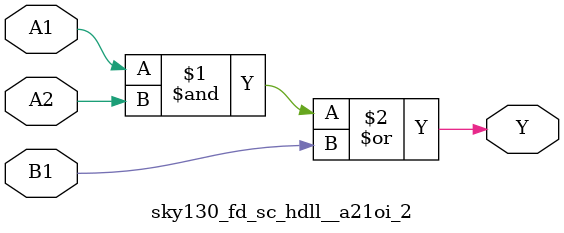
<source format=v>

module waveform_generator(
    output reg Y,
    input A1,
    input A2,
    input B1
);

    // Internal signal
    wire Y_internal;

    // Instantiate an A21OI gate
    sky130_fd_sc_hdll__a21oi_2 U1(
        .Y(Y_internal),
        .A1(A1),
        .A2(A2),
        .B1(B1)
    );

    // Register update logic
    always @(posedge B1) begin
        Y <= Y_internal;
    end

endmodule
module sky130_fd_sc_hdll__a21oi_2 (
    output Y,
    input A1,
    input A2,
    input B1
);

    // Instantiate an A21OI gate
    assign Y = A1 & A2 | B1;

endmodule
</source>
